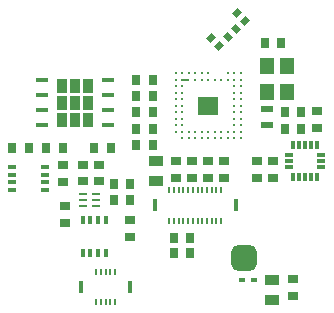
<source format=gtp>
G04*
G04 #@! TF.GenerationSoftware,Altium Limited,Altium Designer,19.0.12 (326)*
G04*
G04 Layer_Color=8421504*
%FSLAX24Y24*%
%MOIN*%
G70*
G01*
G75*
%ADD16R,0.0366X0.0484*%
G04:AMPARAMS|DCode=17|XSize=85mil|YSize=85mil|CornerRadius=21.3mil|HoleSize=0mil|Usage=FLASHONLY|Rotation=0.000|XOffset=0mil|YOffset=0mil|HoleType=Round|Shape=RoundedRectangle|*
%AMROUNDEDRECTD17*
21,1,0.0850,0.0425,0,0,0.0*
21,1,0.0425,0.0850,0,0,0.0*
1,1,0.0425,0.0213,-0.0213*
1,1,0.0425,-0.0213,-0.0213*
1,1,0.0425,-0.0213,0.0213*
1,1,0.0425,0.0213,0.0213*
%
%ADD17ROUNDEDRECTD17*%
%ADD18R,0.0150X0.0433*%
%ADD19R,0.0091X0.0248*%
%ADD20R,0.0276X0.0354*%
%ADD21R,0.0150X0.0433*%
G04:AMPARAMS|DCode=22|XSize=25.6mil|YSize=21.7mil|CornerRadius=0mil|HoleSize=0mil|Usage=FLASHONLY|Rotation=45.000|XOffset=0mil|YOffset=0mil|HoleType=Round|Shape=Rectangle|*
%AMROTATEDRECTD22*
4,1,4,-0.0014,-0.0167,-0.0167,-0.0014,0.0014,0.0167,0.0167,0.0014,-0.0014,-0.0167,0.0*
%
%ADD22ROTATEDRECTD22*%

G04:AMPARAMS|DCode=23|XSize=25.6mil|YSize=21.7mil|CornerRadius=0mil|HoleSize=0mil|Usage=FLASHONLY|Rotation=315.000|XOffset=0mil|YOffset=0mil|HoleType=Round|Shape=Rectangle|*
%AMROTATEDRECTD23*
4,1,4,-0.0167,0.0014,-0.0014,0.0167,0.0167,-0.0014,0.0014,-0.0167,-0.0167,0.0014,0.0*
%
%ADD23ROTATEDRECTD23*%

%ADD24R,0.0354X0.0276*%
%ADD25R,0.0197X0.0118*%
%ADD26R,0.0512X0.0335*%
%ADD27R,0.0295X0.0157*%
%ADD28R,0.0118X0.0315*%
%ADD29R,0.0315X0.0118*%
%ADD30R,0.0413X0.0177*%
%ADD31R,0.0472X0.0551*%
%ADD32R,0.0433X0.0236*%
%ADD33R,0.0157X0.0295*%
%ADD34R,0.0295X0.0110*%
%ADD35R,0.0291X0.0075*%
%ADD36R,0.0075X0.0075*%
%ADD37R,0.0650X0.0585*%
D16*
X-3020Y1348D02*
D03*
X-3020Y1911D02*
D03*
X-3020Y2474D02*
D03*
X-3465Y1348D02*
D03*
X-3465Y1911D02*
D03*
X-3465Y2474D02*
D03*
X-3909Y1348D02*
D03*
X-3909Y1911D02*
D03*
X-3909Y2474D02*
D03*
D17*
X2165Y-3248D02*
D03*
D18*
X-3255Y-4223D02*
D03*
X-1625D02*
D03*
D19*
X-2755Y-3743D02*
D03*
X-2598D02*
D03*
X-2440D02*
D03*
X-2283D02*
D03*
X-2125D02*
D03*
Y-4725D02*
D03*
X-2283D02*
D03*
X-2440D02*
D03*
X-2598D02*
D03*
X-2755D02*
D03*
X-325Y-2028D02*
D03*
Y-984D02*
D03*
X1407Y-2028D02*
D03*
Y-984D02*
D03*
X-167D02*
D03*
X-10D02*
D03*
X148D02*
D03*
X305D02*
D03*
X463D02*
D03*
X620D02*
D03*
X778D02*
D03*
X935D02*
D03*
X1093D02*
D03*
X1250D02*
D03*
Y-2028D02*
D03*
X1093D02*
D03*
X935D02*
D03*
X778D02*
D03*
X620D02*
D03*
X463D02*
D03*
X305D02*
D03*
X148D02*
D03*
X-10D02*
D03*
X-167D02*
D03*
D20*
X379Y-3100D02*
D03*
X-172D02*
D03*
Y-2598D02*
D03*
X379D02*
D03*
X-5001Y396D02*
D03*
X-5552D02*
D03*
X-2173Y-1341D02*
D03*
X-1622D02*
D03*
X-4426Y400D02*
D03*
X-3874D02*
D03*
X-2274Y396D02*
D03*
X-2825D02*
D03*
X-1417Y508D02*
D03*
X-866D02*
D03*
X-1417Y1049D02*
D03*
X-866D02*
D03*
X-1417Y1591D02*
D03*
X-866D02*
D03*
X-1417Y2132D02*
D03*
X-866D02*
D03*
X-1417Y2673D02*
D03*
X-866D02*
D03*
X3415Y3898D02*
D03*
X2864D02*
D03*
X3530Y1591D02*
D03*
X4081D02*
D03*
X3530Y1049D02*
D03*
X4081D02*
D03*
X-2173Y-807D02*
D03*
X-1622D02*
D03*
D21*
X1896Y-1506D02*
D03*
X-813D02*
D03*
D22*
X2199Y4639D02*
D03*
X1921Y4917D02*
D03*
X1350Y3789D02*
D03*
X1072Y4068D02*
D03*
D23*
X1900Y4367D02*
D03*
X1622Y4089D02*
D03*
D24*
X3789Y-3967D02*
D03*
Y-4518D02*
D03*
X-3850Y-177D02*
D03*
Y-729D02*
D03*
X-3797Y-1537D02*
D03*
Y-2089D02*
D03*
X4596Y1624D02*
D03*
Y1073D02*
D03*
X3140Y-33D02*
D03*
Y-585D02*
D03*
X2598D02*
D03*
Y-33D02*
D03*
X-1624Y-2549D02*
D03*
Y-1998D02*
D03*
X1516Y-585D02*
D03*
Y-33D02*
D03*
X974Y-585D02*
D03*
Y-33D02*
D03*
X433Y-585D02*
D03*
Y-33D02*
D03*
X-108Y-585D02*
D03*
Y-33D02*
D03*
X-3207Y-157D02*
D03*
Y-709D02*
D03*
X-2657Y-157D02*
D03*
Y-709D02*
D03*
D25*
X2096Y-4006D02*
D03*
X2490D02*
D03*
D26*
X3100D02*
D03*
Y-4675D02*
D03*
X-778Y-703D02*
D03*
Y-33D02*
D03*
D27*
X-4450Y-994D02*
D03*
Y-738D02*
D03*
Y-482D02*
D03*
Y-226D02*
D03*
X-5552Y-994D02*
D03*
Y-738D02*
D03*
Y-482D02*
D03*
Y-226D02*
D03*
D28*
X3809Y508D02*
D03*
X4006D02*
D03*
X4203D02*
D03*
X4400D02*
D03*
X4596D02*
D03*
Y-567D02*
D03*
X4400D02*
D03*
X4203D02*
D03*
X4006D02*
D03*
X3809D02*
D03*
D29*
X4740Y167D02*
D03*
Y-30D02*
D03*
Y-226D02*
D03*
X3665D02*
D03*
Y-30D02*
D03*
Y167D02*
D03*
D30*
X-2354Y1161D02*
D03*
X-2354Y1661D02*
D03*
Y2161D02*
D03*
X-2354Y2661D02*
D03*
X-4575Y1161D02*
D03*
X-4575Y1661D02*
D03*
Y2161D02*
D03*
X-4575Y2661D02*
D03*
D31*
X2923Y2274D02*
D03*
Y3140D02*
D03*
X3593D02*
D03*
Y2274D02*
D03*
D32*
X2923Y1709D02*
D03*
Y1157D02*
D03*
D33*
X-2439Y-1998D02*
D03*
X-2695Y-1998D02*
D03*
X-2951Y-1998D02*
D03*
X-3207Y-1998D02*
D03*
X-2439Y-3100D02*
D03*
X-2695D02*
D03*
X-2951D02*
D03*
X-3207D02*
D03*
D34*
Y-1144D02*
D03*
Y-1341D02*
D03*
Y-1537D02*
D03*
X-2754Y-1144D02*
D03*
Y-1341D02*
D03*
Y-1537D02*
D03*
D35*
X217Y2673D02*
D03*
D36*
X1841Y2024D02*
D03*
Y1807D02*
D03*
X1191Y941D02*
D03*
X541D02*
D03*
X108Y1591D02*
D03*
Y1807D02*
D03*
Y2240D02*
D03*
X541Y2673D02*
D03*
X758D02*
D03*
X974D02*
D03*
X1191D02*
D03*
X1407D02*
D03*
X1624D02*
D03*
X1841D02*
D03*
Y2457D02*
D03*
Y2240D02*
D03*
Y1591D02*
D03*
Y1374D02*
D03*
Y1157D02*
D03*
Y941D02*
D03*
X1624D02*
D03*
X1407D02*
D03*
X974D02*
D03*
X758D02*
D03*
X325D02*
D03*
X108D02*
D03*
Y1157D02*
D03*
Y1374D02*
D03*
Y2024D02*
D03*
Y2457D02*
D03*
X758Y724D02*
D03*
X108Y2890D02*
D03*
X-108Y941D02*
D03*
Y1157D02*
D03*
Y1374D02*
D03*
Y1591D02*
D03*
Y1807D02*
D03*
Y2024D02*
D03*
Y2240D02*
D03*
Y2457D02*
D03*
Y2673D02*
D03*
Y2890D02*
D03*
X108Y724D02*
D03*
X325D02*
D03*
X541D02*
D03*
X974D02*
D03*
X1191D02*
D03*
X1407D02*
D03*
X1624D02*
D03*
X1841D02*
D03*
X2057D02*
D03*
Y941D02*
D03*
Y1157D02*
D03*
Y1374D02*
D03*
Y1591D02*
D03*
Y1807D02*
D03*
Y2024D02*
D03*
Y2240D02*
D03*
Y2457D02*
D03*
Y2673D02*
D03*
Y2890D02*
D03*
X1841D02*
D03*
X1624D02*
D03*
X974D02*
D03*
X758D02*
D03*
X541D02*
D03*
X325D02*
D03*
D37*
X974Y1807D02*
D03*
M02*

</source>
